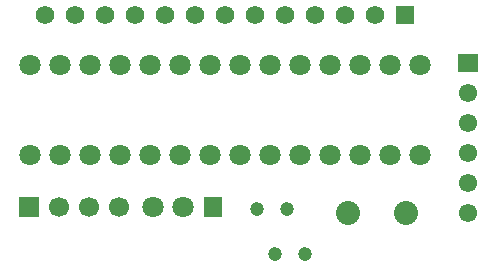
<source format=gbl>
G04 Layer: BottomLayer*
G04 EasyEDA v6.4.5, 2020-09-09T10:55:23+00:00*
G04 9ae0df8139264758ba9d87524d1a2e77,b97ca10cbf7f413284ca0e80e24dcd20,10*
G04 Gerber Generator version 0.2*
G04 Scale: 100 percent, Rotated: No, Reflected: No *
G04 Dimensions in inches *
G04 leading zeros omitted , absolute positions ,2 integer and 4 decimal *
%FSLAX24Y24*%
%MOIN*%
G90*
G70D02*

%ADD12C,0.061000*%
%ADD13R,0.070866X0.061000*%
%ADD14C,0.080000*%
%ADD15R,0.062000X0.062000*%
%ADD16C,0.062000*%
%ADD17C,0.070866*%
%ADD18R,0.062000X0.070866*%
%ADD19C,0.047000*%
%ADD21C,0.066929*%

%LPD*%
G54D12*
G01X16450Y2850D03*
G01X16450Y3850D03*
G01X16450Y4850D03*
G01X16450Y5850D03*
G01X16450Y6850D03*
G54D13*
G01X16450Y7850D03*
G54D14*
G01X12435Y2850D03*
G01X14364Y2850D03*
G54D15*
G01X14350Y9450D03*
G54D16*
G01X13350Y9450D03*
G01X12350Y9450D03*
G01X11350Y9450D03*
G01X10350Y9450D03*
G01X9350Y9450D03*
G01X8350Y9450D03*
G01X7350Y9450D03*
G01X6350Y9450D03*
G01X5350Y9450D03*
G01X4350Y9450D03*
G01X3350Y9450D03*
G01X2350Y9450D03*
G54D17*
G01X5950Y3050D03*
G01X6950Y3050D03*
G54D18*
G01X7950Y3050D03*
G54D19*
G01X9400Y3000D03*
G01X10400Y3000D03*
G01X10000Y1500D03*
G01X11000Y1500D03*
G36*
G01X1465Y3384D02*
G01X2134Y3384D01*
G01X2134Y2715D01*
G01X1465Y2715D01*
G01X1465Y3384D01*
G37*
G54D21*
G01X2800Y3050D03*
G01X3800Y3050D03*
G01X4800Y3050D03*
G54D17*
G01X1850Y4800D03*
G01X1850Y7800D03*
G01X2850Y4800D03*
G01X2850Y7800D03*
G01X3850Y4800D03*
G01X3850Y7800D03*
G01X4850Y4800D03*
G01X4850Y7800D03*
G01X5850Y4800D03*
G01X5850Y7800D03*
G01X6850Y4800D03*
G01X6850Y7800D03*
G01X7850Y4800D03*
G01X7850Y7800D03*
G01X8850Y4800D03*
G01X8850Y7800D03*
G01X9850Y4800D03*
G01X9850Y7800D03*
G01X10850Y4800D03*
G01X10850Y7800D03*
G01X11850Y4800D03*
G01X11850Y7800D03*
G01X12850Y4800D03*
G01X12850Y7800D03*
G01X13850Y4800D03*
G01X13850Y7800D03*
G01X14850Y4800D03*
G01X14850Y7800D03*
M00*
M02*

</source>
